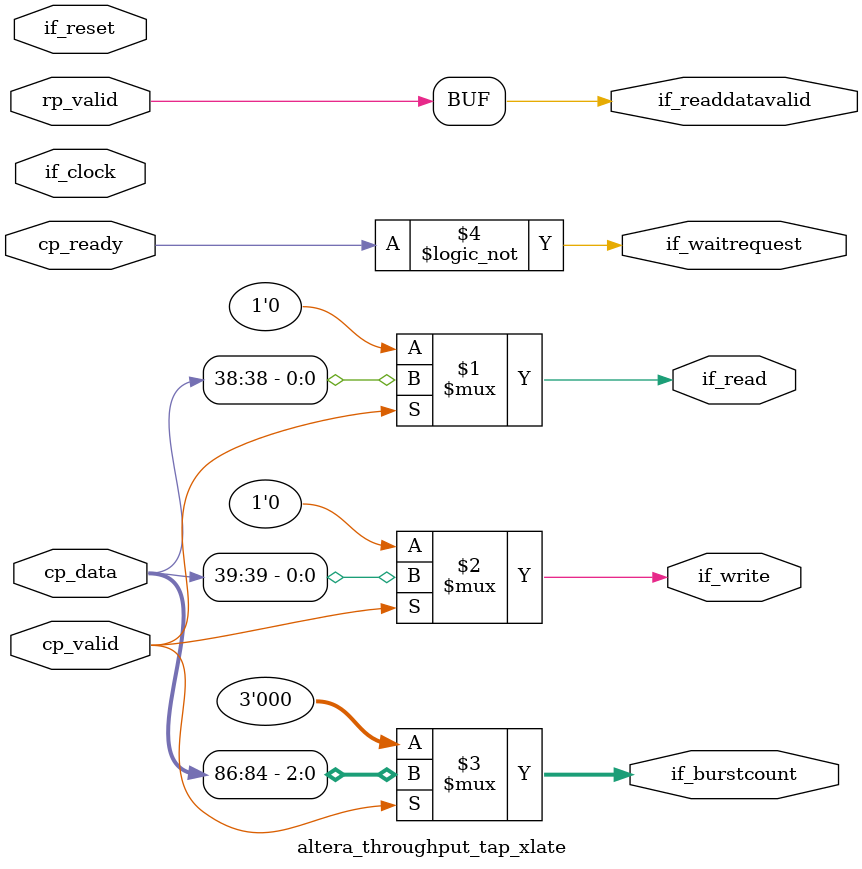
<source format=sv>


module altera_throughput_tap_xlate #(
   parameter
   ST_DATA_W        = 100,

   PKT_BYTE_CNT_H = 86,      //only care about burstcount, read, write in cmd pkt
   PKT_BYTE_CNT_L = 84,

   PKT_TRANS_WRITE  = 39,  
   PKT_TRANS_READ   = 38,

   // Derived parameters
   BURSTCOUNT_LSB   = 84,
   BC_W             = 3
   ) 
   (
   //clock & reset not actually used, but incluced so tcl can use them as 
   //associated clock & reset
   input                       if_clock, 
   input                       if_reset,

//command packet input
   input                       cp_valid,
   input   [ST_DATA_W -1:0]    cp_data,
   input                       cp_ready,

//response packet input
   input                       rp_valid,

//digested Av MM format outputs
   output                      if_read,
   output                      if_write,
   output      [BC_W-1:0]      if_burstcount,
   output                      if_waitrequest,
   output                      if_readdatavalid 
   );

assign if_read        = (cp_valid) ? cp_data[PKT_TRANS_READ]  : 1'b0;
assign if_write       = (cp_valid) ? cp_data[PKT_TRANS_WRITE] : 1'b0;
assign if_burstcount  = (cp_valid) ? cp_data[PKT_BYTE_CNT_H : BURSTCOUNT_LSB] : {BC_W{1'b0}};



assign if_waitrequest = !cp_ready;
assign if_readdatavalid = rp_valid;

endmodule
   

</source>
